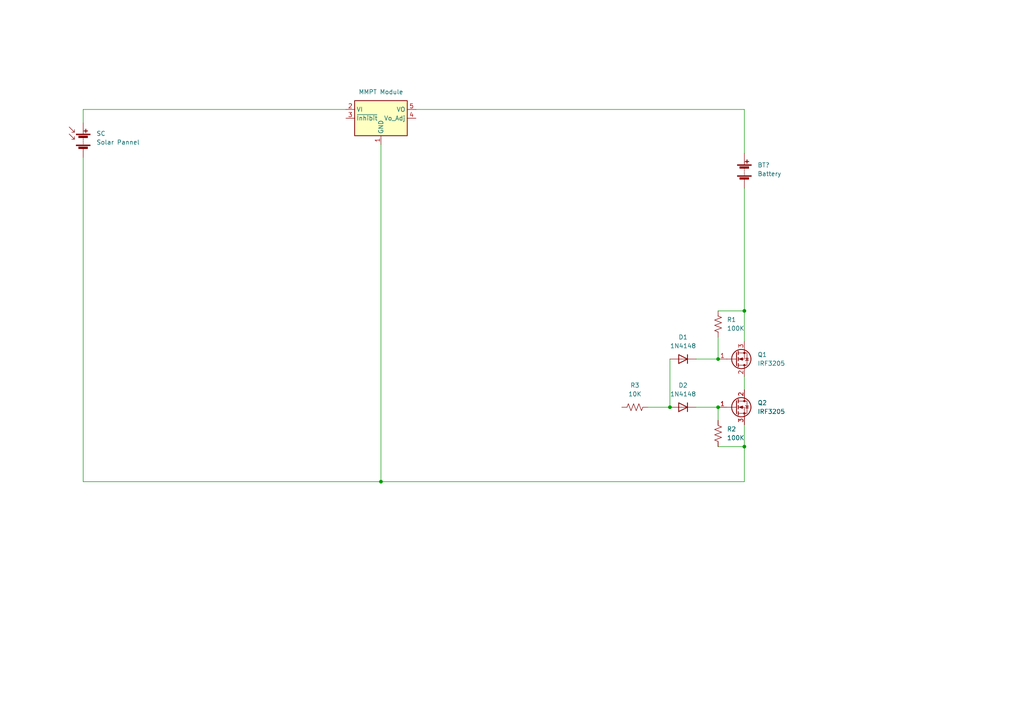
<source format=kicad_sch>
(kicad_sch (version 20211123) (generator eeschema)
  (paper "A4")
  (title_block (title "N Channel Mosfet As Diode") (comment 1 "reverse current blocking with dual FETs") (comment 2 "https://d3i71xaburhd42.cloudfront.net/47d21f9b2ac4e8fc369e9b3f34bbec2c18305c72/250px/1-Figure1-1.png"))
  (lib_symbols
    (symbol "Converter_DCDC:PTN78000H_EUS-5"
      (property "Reference" "U" (at -6.35 6.35 0))
      (property "Value" "PTN78000H_EUS-5" (at 3.81 6.35 0))
      (symbol "PTN78000H_EUS-5_0_1"
        (rectangle (start -7.62 5.08) (end 7.62 -5.08) (stroke (width 0.254)) (fill (type background)))
      )
      (symbol "PTN78000H_EUS-5_1_1"
        (pin power_in line (at 0 -7.62 90) (length 2.54) (name "GND") (number "1"))
        (pin power_in line (at -10.16 2.54 0) (length 2.54) (name "VI") (number "2"))
        (pin input line (at -10.16 0 0) (length 2.54) (name "~{Inhibit}") (number "3"))
        (pin output line (at 10.16 0 180) (length 2.54) (name "Vo_Adj") (number "4"))
        (pin power_out line (at 10.16 2.54 180) (length 2.54) (name "VO") (number "5"))
      )
    )
    (symbol "Device:Battery" (pin_numbers hide) (pin_names (offset 0) hide)
      (property "Reference" "BT" (at 2.54 2.54 0))
      (property "Value" "Battery" (at 2.54 0 0))
      (symbol "Battery_0_1"
        (rectangle (start -2.032 -1.397) (end 2.032 -1.651) (fill (type outline)))
        (rectangle (start -2.032 1.778) (end 2.032 1.524) (fill (type outline)))
        (rectangle (start -1.3208 -1.9812) (end 1.27 -2.4892) (fill (type outline)))
        (rectangle (start -1.3208 1.1938) (end 1.27 0.6858) (fill (type outline)))
        (polyline (pts (xy 0 -1.524) (xy 0 -1.27)))
        (polyline (pts (xy 0 -1.016) (xy 0 -0.762)))
        (polyline (pts (xy 0 -0.508) (xy 0 -0.254)))
        (polyline (pts (xy 0 0) (xy 0 0.254)))
        (polyline (pts (xy 0 0.508) (xy 0 0.762)))
        (polyline (pts (xy 0 1.778) (xy 0 2.54)))
        (polyline (pts (xy 0.254 2.667) (xy 1.27 2.667)) (stroke (width 0.254)))
        (polyline (pts (xy 0.762 3.175) (xy 0.762 2.159)) (stroke (width 0.254)))
      )
      (symbol "Battery_1_1"
        (pin passive line (at 0 5.08 270) (length 2.54) (name "+") (number "1"))
        (pin passive line (at 0 -5.08 90) (length 2.54) (name "-") (number "2"))
      )
    )
    (symbol "Device:R_US" (pin_numbers hide) (pin_names (offset 0))
      (property "Reference" "R" (at 2.54 0 90))
      (property "Value" "R_US" (at -2.54 0 90))
      (symbol "R_US_0_1"
        (polyline (pts (xy 0 -2.286) (xy 0 -2.54)))
        (polyline (pts (xy 0 2.286) (xy 0 2.54)))
        (polyline (pts (xy 0 -0.762) (xy 1.016 -1.143) (xy 0 -1.524) (xy -1.016 -1.905) (xy 0 -2.286)))
        (polyline (pts (xy 0 0.762) (xy 1.016 0.381) (xy 0 0) (xy -1.016 -0.381) (xy 0 -0.762)))
        (polyline (pts (xy 0 2.286) (xy 1.016 1.905) (xy 0 1.524) (xy -1.016 1.143) (xy 0 0.762)))
      )
      (symbol "R_US_1_1"
        (pin passive line (at 0 3.81 270) (length 1.27) (name "~") (number "1"))
        (pin passive line (at 0 -3.81 90) (length 1.27) (name "~") (number "2"))
      )
    )
    (symbol "Device:Solar_Cells" (pin_numbers hide) (pin_names (offset 0) hide)
      (property "Reference" "SC" (at 2.54 2.54 0))
      (property "Value" "Solar_Cells" (at 2.54 0 0))
      (symbol "Solar_Cells_0_1"
        (rectangle (start -2.032 -1.397) (end 2.032 -1.651) (fill (type outline)))
        (rectangle (start -2.032 1.778) (end 2.032 1.524) (fill (type outline)))
        (rectangle (start -1.3208 -1.9812) (end 1.27 -2.4892) (fill (type outline)))
        (rectangle (start -1.3208 1.1938) (end 1.27 0.6858) (fill (type outline)))
        (polyline (pts (xy -2.54 0.254) (xy -4.064 1.778)))
        (polyline (pts (xy -2.54 2.286) (xy -4.064 3.81)))
        (polyline (pts (xy 0 -1.524) (xy 0 -1.27)))
        (polyline (pts (xy 0 -1.016) (xy 0 -0.762)))
        (polyline (pts (xy 0 -0.508) (xy 0 -0.254)))
        (polyline (pts (xy 0 0) (xy 0 0.254)))
        (polyline (pts (xy 0 0.508) (xy 0 0.762)))
        (polyline (pts (xy 0 1.778) (xy 0 2.54)))
        (polyline (pts (xy 0.254 2.667) (xy 1.27 2.667)) (stroke (width 0.254)))
        (polyline (pts (xy 0.762 3.175) (xy 0.762 2.159)) (stroke (width 0.254)))
        (polyline (pts (xy -2.54 1.016) (xy -2.54 0.254) (xy -3.302 0.254)))
        (polyline (pts (xy -2.54 3.048) (xy -2.54 2.286) (xy -3.302 2.286)))
      )
      (symbol "Solar_Cells_1_1"
        (pin passive line (at 0 5.08 270) (length 2.54) (name "+") (number "1"))
        (pin passive line (at 0 -5.08 90) (length 2.54) (name "-") (number "2"))
      )
    )
    (symbol "Diode:1N4148" (pin_numbers hide) (pin_names (offset 1.016) hide)
      (property "Reference" "D" (at 0 2.54 0))
      (property "Value" "1N4148" (at 0 -2.54 0))
      (symbol "1N4148_0_1"
        (polyline (pts (xy -1.27 1.27) (xy -1.27 -1.27)) (stroke (width 0.254)))
        (polyline (pts (xy 1.27 0) (xy -1.27 0)))
        (polyline (pts (xy 1.27 1.27) (xy 1.27 -1.27) (xy -1.27 0) (xy 1.27 1.27)) (stroke (width 0.254)))
      )
      (symbol "1N4148_1_1"
        (pin passive line (at -3.81 0 0) (length 2.54) (name "K") (number "1"))
        (pin passive line (at 3.81 0 180) (length 2.54) (name "A") (number "2"))
      )
    )
    (symbol "Transistor_FET:IRF3205" (pin_names hide)
      (property "Reference" "Q" (at 6.35 1.905 0))
      (property "Value" "IRF3205" (at 6.35 0 0))
      (symbol "IRF3205_0_1"
        (polyline (pts (xy 0.254 0) (xy -2.54 0)))
        (polyline (pts (xy 0.254 1.905) (xy 0.254 -1.905)) (stroke (width 0.254)))
        (polyline (pts (xy 0.762 -1.27) (xy 0.762 -2.286)) (stroke (width 0.254)))
        (polyline (pts (xy 0.762 0.508) (xy 0.762 -0.508)) (stroke (width 0.254)))
        (polyline (pts (xy 0.762 2.286) (xy 0.762 1.27)) (stroke (width 0.254)))
        (polyline (pts (xy 2.54 2.54) (xy 2.54 1.778)))
        (polyline (pts (xy 2.54 -2.54) (xy 2.54 0) (xy 0.762 0)))
        (polyline (pts (xy 0.762 -1.778) (xy 3.302 -1.778) (xy 3.302 1.778) (xy 0.762 1.778)))
        (polyline (pts (xy 1.016 0) (xy 2.032 0.381) (xy 2.032 -0.381) (xy 1.016 0)) (fill (type outline)))
        (polyline (pts (xy 2.794 0.508) (xy 2.921 0.381) (xy 3.683 0.381) (xy 3.81 0.254)))
        (polyline (pts (xy 3.302 0.381) (xy 2.921 -0.254) (xy 3.683 -0.254) (xy 3.302 0.381)))
        (circle (center 1.651 0) (radius 2.794) (stroke (width 0.254)))
        (circle (center 2.54 -1.778) (radius 0.254) (fill (type outline)))
        (circle (center 2.54 1.778) (radius 0.254) (fill (type outline)))
      )
      (symbol "IRF3205_1_1"
        (pin input line (at -5.08 0 0) (length 2.54) (name "G") (number "1"))
        (pin passive line (at 2.54 5.08 270) (length 2.54) (name "D") (number "2"))
        (pin passive line (at 2.54 -5.08 90) (length 2.54) (name "S") (number "3"))
      )
    )
  )
  (junction (at 194.31 118.11))
  (junction (at 208.28 118.11))
  (junction (at 215.9 90.17))
  (junction (at 208.28 104.14))
  (junction (at 215.9 129.54))
  (junction (at 110.49 139.7))
  (wire (pts (xy 201.93 104.14) (xy 208.28 104.14)))
  (wire (pts (xy 215.9 129.54) (xy 215.9 139.7)))
  (wire (pts (xy 110.49 41.91) (xy 110.49 139.7)))
  (wire (pts (xy 215.9 90.17) (xy 215.9 99.06)))
  (wire (pts (xy 215.9 54.61) (xy 215.9 90.17)))
  (wire (pts (xy 24.13 45.72) (xy 24.13 139.7)))
  (wire (pts (xy 208.28 129.54) (xy 215.9 129.54)))
  (wire (pts (xy 215.9 129.54) (xy 215.9 123.19)))
  (wire (pts (xy 24.13 31.75) (xy 100.33 31.75)))
  (wire (pts (xy 187.96 118.11) (xy 194.31 118.11)))
  (wire (pts (xy 208.28 90.17) (xy 215.9 90.17)))
  (wire (pts (xy 24.13 139.7) (xy 110.49 139.7)))
  (wire (pts (xy 120.65 31.75) (xy 215.9 31.75)))
  (wire (pts (xy 215.9 109.22) (xy 215.9 113.03)))
  (wire (pts (xy 208.28 118.11) (xy 208.28 121.92)))
  (wire (pts (xy 194.31 104.14) (xy 194.31 118.11)))
  (wire (pts (xy 24.13 35.56) (xy 24.13 31.75)))
  (wire (pts (xy 208.28 97.79) (xy 208.28 104.14)))
  (wire (pts (xy 110.49 139.7) (xy 215.9 139.7)))
  (wire (pts (xy 201.93 118.11) (xy 208.28 118.11)))
  (wire (pts (xy 215.9 31.75) (xy 215.9 44.45)))
  (symbol (lib_id "Transistor_FET:IRF3205") (at 213.36 104.14 0) (mirror x) (unit 1)
    (property "Reference" "Q1" (at 219.71 102.8699 0) (effects (justify left)))
    (property "Value" "IRF3205" (at 219.71 105.4099 0) (effects (justify left)))
    (property "Footprint" "Package_TO_SOT_THT:TO-220-3_Vertical" (effects hide))
    (property "Datasheet" "http://www.irf.com/product-info/datasheets/data/irf3205.pdf" (effects hide))
  )
  (symbol (lib_id "Diode:1N4148") (at 198.12 118.11 180) (unit 1)
    (property "Reference" "D2" (at 198.12 111.76 0))
    (property "Value" "1N4148" (at 198.12 114.3 0))
    (property "Footprint" "Diode_THT:D_DO-35_SOD27_P7.62mm_Horizontal" (effects hide))
    (property "Datasheet" "https://assets.nexperia.com/documents/data-sheet/1N4148_1N4448.pdf" (effects hide))
  )
  (symbol (lib_id "Device:Solar_Cells") (at 24.13 40.64 0) (unit 1)
    (property "Reference" "SC" (at 27.94 38.7349 0) (effects (justify left)))
    (property "Value" "Solar Pannel" (at 27.94 41.2749 0) (effects (justify left)))
  )
  (symbol (lib_id "Transistor_FET:IRF3205") (at 213.36 118.11 0) (unit 1)
    (property "Reference" "Q2" (at 219.71 116.8399 0) (effects (justify left)))
    (property "Value" "IRF3205" (at 219.71 119.3799 0) (effects (justify left)))
    (property "Footprint" "Package_TO_SOT_THT:TO-220-3_Vertical" (effects hide))
    (property "Datasheet" "http://www.irf.com/product-info/datasheets/data/irf3205.pdf" (effects hide))
  )
  (symbol (lib_id "Diode:1N4148") (at 198.12 104.14 180) (unit 1)
    (property "Reference" "D1" (at 198.12 97.79 0))
    (property "Value" "1N4148" (at 198.12 100.33 0))
    (property "Footprint" "Diode_THT:D_DO-35_SOD27_P7.62mm_Horizontal" (effects hide))
    (property "Datasheet" "https://assets.nexperia.com/documents/data-sheet/1N4148_1N4448.pdf" (effects hide))
  )
  (symbol (lib_id "Device:Battery") (at 215.9 49.53 0) (unit 1)
    (property "Reference" "BT?" (at 219.71 47.8789 0) (effects (justify left)))
    (property "Value" "Battery" (at 219.71 50.4189 0) (effects (justify left)))
  )
  (symbol (lib_id "Device:R_US") (at 208.28 125.73 0) (unit 1)
    (property "Reference" "R2" (at 210.82 124.4599 0) (effects (justify left)))
    (property "Value" "100K" (at 210.82 126.9999 0) (effects (justify left)))
  )
  (symbol (lib_id "Converter_DCDC:PTN78000H_EUS-5") (at 110.49 34.29 0) (unit 1)
    (property "Reference" "U?" (effects hide))
    (property "Value" "MMPT Module" (at 110.49 26.67 0))
    (property "Footprint" "Module:Texas_EUS_R-PDSS-T5_THT" (effects hide))
    (property "Datasheet" "https://www.ti.com/lit/ds/symlink/ptn78000w.pdf" (effects hide))
  )
  (symbol (lib_id "Device:R_US") (at 208.28 93.98 0) (unit 1)
    (property "Reference" "R1" (at 210.82 92.7099 0) (effects (justify left)))
    (property "Value" "100K" (at 210.82 95.25 0) (effects (justify left)))
  )
  (symbol (lib_id "Device:R_US") (at 184.15 118.11 90) (unit 1)
    (property "Reference" "R3" (at 184.15 111.76 90))
    (property "Value" "10K" (at 184.15 114.3 90))
  )
)
</source>
